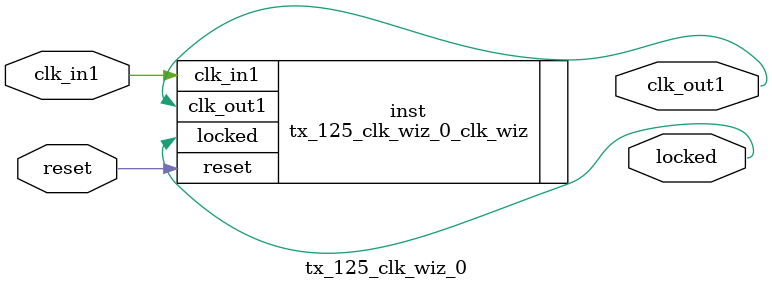
<source format=v>


`timescale 1ps/1ps

(* CORE_GENERATION_INFO = "tx_125_clk_wiz_0,clk_wiz_v6_0_13_0_0,{component_name=tx_125_clk_wiz_0,use_phase_alignment=true,use_min_o_jitter=false,use_max_i_jitter=false,use_dyn_phase_shift=false,use_inclk_switchover=false,use_dyn_reconfig=false,enable_axi=0,feedback_source=FDBK_AUTO,PRIMITIVE=MMCM,num_out_clk=1,clkin1_period=10.000,clkin2_period=10.000,use_power_down=false,use_reset=true,use_locked=true,use_inclk_stopped=false,feedback_type=SINGLE,CLOCK_MGR_TYPE=NA,manual_override=false}" *)

module tx_125_clk_wiz_0 
 (
  // Clock out ports
  output        clk_out1,
  // Status and control signals
  input         reset,
  output        locked,
 // Clock in ports
  input         clk_in1
 );

  tx_125_clk_wiz_0_clk_wiz inst
  (
  // Clock out ports  
  .clk_out1(clk_out1),
  // Status and control signals               
  .reset(reset), 
  .locked(locked),
 // Clock in ports
  .clk_in1(clk_in1)
  );

endmodule

</source>
